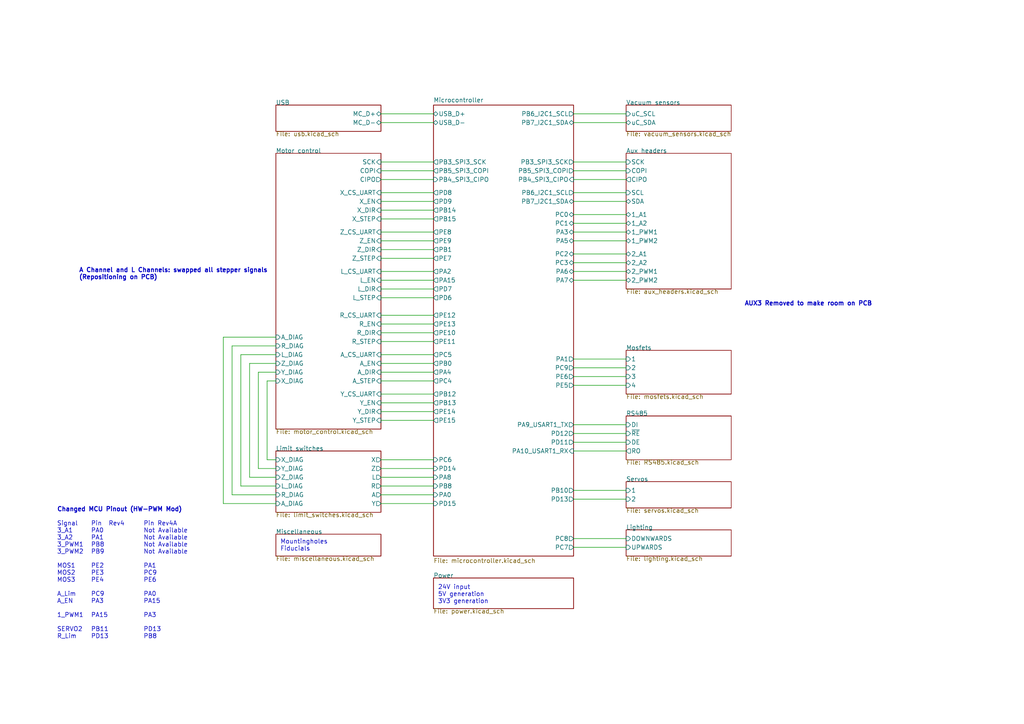
<source format=kicad_sch>
(kicad_sch (version 20211123) (generator eeschema)
  (paper "A4")
  (title_block (title "LumenPnP Motherboard") (date "2022-09-09") (rev "004A") (company "Opulo") (comment 1 "Reengineered by Magpie"))
  (lib_symbols)
  (wire (pts (xy 110.49 114.3) (xy 125.73 114.3)))
  (wire (pts (xy 166.37 142.24) (xy 181.61 142.24)))
  (wire (pts (xy 110.49 99.06) (xy 125.73 99.06)))
  (wire (pts (xy 166.37 76.2) (xy 181.61 76.2)))
  (wire (pts (xy 166.37 123.19) (xy 181.61 123.19)))
  (wire (pts (xy 110.49 133.35) (xy 125.73 133.35)))
  (wire (pts (xy 166.37 128.27) (xy 181.61 128.27)))
  (wire (pts (xy 110.49 58.42) (xy 125.73 58.42)))
  (wire (pts (xy 166.37 111.76) (xy 181.61 111.76)))
  (wire (pts (xy 80.01 102.87) (xy 69.85 102.87)))
  (wire (pts (xy 110.49 81.28) (xy 125.73 81.28)))
  (wire (pts (xy 166.37 52.07) (xy 181.61 52.07)))
  (wire (pts (xy 166.37 33.02) (xy 181.61 33.02)))
  (wire (pts (xy 166.37 144.78) (xy 181.61 144.78)))
  (wire (pts (xy 110.49 78.74) (xy 125.73 78.74)))
  (wire (pts (xy 110.49 49.53) (xy 125.73 49.53)))
  (wire (pts (xy 64.77 146.05) (xy 80.01 146.05)))
  (wire (pts (xy 166.37 158.75) (xy 181.61 158.75)))
  (wire (pts (xy 110.49 91.44) (xy 125.73 91.44)))
  (wire (pts (xy 74.93 107.95) (xy 74.93 135.89)))
  (wire (pts (xy 166.37 130.81) (xy 181.61 130.81)))
  (wire (pts (xy 110.49 116.84) (xy 125.73 116.84)))
  (wire (pts (xy 110.49 135.89) (xy 125.73 135.89)))
  (wire (pts (xy 110.49 83.82) (xy 125.73 83.82)))
  (wire (pts (xy 166.37 69.85) (xy 181.61 69.85)))
  (wire (pts (xy 110.49 96.52) (xy 125.73 96.52)))
  (wire (pts (xy 67.31 100.33) (xy 67.31 143.51)))
  (wire (pts (xy 110.49 69.85) (xy 125.73 69.85)))
  (wire (pts (xy 166.37 81.28) (xy 181.61 81.28)))
  (wire (pts (xy 166.37 58.42) (xy 181.61 58.42)))
  (wire (pts (xy 67.31 143.51) (xy 80.01 143.51)))
  (wire (pts (xy 64.77 97.79) (xy 64.77 146.05)))
  (wire (pts (xy 166.37 109.22) (xy 181.61 109.22)))
  (wire (pts (xy 166.37 125.73) (xy 181.61 125.73)))
  (wire (pts (xy 110.49 143.51) (xy 125.73 143.51)))
  (wire (pts (xy 110.49 93.98) (xy 125.73 93.98)))
  (wire (pts (xy 110.49 67.31) (xy 125.73 67.31)))
  (wire (pts (xy 110.49 102.87) (xy 125.73 102.87)))
  (wire (pts (xy 166.37 46.99) (xy 181.61 46.99)))
  (wire (pts (xy 69.85 102.87) (xy 69.85 140.97)))
  (wire (pts (xy 110.49 60.96) (xy 125.73 60.96)))
  (wire (pts (xy 110.49 140.97) (xy 125.73 140.97)))
  (wire (pts (xy 110.49 146.05) (xy 125.73 146.05)))
  (wire (pts (xy 166.37 67.31) (xy 181.61 67.31)))
  (wire (pts (xy 166.37 62.23) (xy 181.61 62.23)))
  (wire (pts (xy 80.01 97.79) (xy 64.77 97.79)))
  (wire (pts (xy 74.93 135.89) (xy 80.01 135.89)))
  (wire (pts (xy 69.85 140.97) (xy 80.01 140.97)))
  (wire (pts (xy 166.37 78.74) (xy 181.61 78.74)))
  (wire (pts (xy 80.01 110.49) (xy 77.47 110.49)))
  (wire (pts (xy 166.37 73.66) (xy 181.61 73.66)))
  (wire (pts (xy 72.39 105.41) (xy 72.39 138.43)))
  (wire (pts (xy 110.49 119.38) (xy 125.73 119.38)))
  (wire (pts (xy 110.49 63.5) (xy 125.73 63.5)))
  (wire (pts (xy 77.47 110.49) (xy 77.47 133.35)))
  (wire (pts (xy 110.49 86.36) (xy 125.73 86.36)))
  (wire (pts (xy 110.49 105.41) (xy 125.73 105.41)))
  (wire (pts (xy 110.49 55.88) (xy 125.73 55.88)))
  (wire (pts (xy 110.49 107.95) (xy 125.73 107.95)))
  (wire (pts (xy 110.49 46.99) (xy 125.73 46.99)))
  (wire (pts (xy 77.47 133.35) (xy 80.01 133.35)))
  (wire (pts (xy 110.49 110.49) (xy 125.73 110.49)))
  (wire (pts (xy 110.49 138.43) (xy 125.73 138.43)))
  (wire (pts (xy 166.37 156.21) (xy 181.61 156.21)))
  (wire (pts (xy 166.37 35.56) (xy 181.61 35.56)))
  (wire (pts (xy 110.49 35.56) (xy 125.73 35.56)))
  (wire (pts (xy 67.31 100.33) (xy 80.01 100.33)))
  (wire (pts (xy 110.49 121.92) (xy 125.73 121.92)))
  (wire (pts (xy 80.01 105.41) (xy 72.39 105.41)))
  (wire (pts (xy 72.39 138.43) (xy 80.01 138.43)))
  (wire (pts (xy 110.49 74.93) (xy 125.73 74.93)))
  (wire (pts (xy 166.37 104.14) (xy 181.61 104.14)))
  (wire (pts (xy 166.37 55.88) (xy 181.61 55.88)))
  (wire (pts (xy 166.37 49.53) (xy 181.61 49.53)))
  (wire (pts (xy 110.49 72.39) (xy 125.73 72.39)))
  (wire (pts (xy 80.01 107.95) (xy 74.93 107.95)))
  (wire (pts (xy 110.49 33.02) (xy 125.73 33.02)))
  (wire (pts (xy 110.49 52.07) (xy 125.73 52.07)))
  (wire (pts (xy 166.37 64.77) (xy 181.61 64.77)))
  (wire (pts (xy 166.37 106.68) (xy 181.61 106.68)))
  (text "24V input\n5V generation\n3V3 generation" (at 127 175.26 0) (effects (font (size 1.27 1.27)) (justify left bottom)))
  (text "Mountingholes\nFiducials\n" (at 81.28 160.02 0) (effects (font (size 1.27 1.27)) (justify left bottom)))
  (text "Changed MCU Pinout (HW-PWM Mod)" (at 16.51 148.59 0) (effects (font (size 1.27 1.27) (thickness 0.254) bold) (justify left bottom)))
  (text "AUX3 Removed to make room on PCB" (at 215.9 88.9 0) (effects (font (size 1.27 1.27) bold) (justify left bottom)))
  (text "A Channel and L Channels: swapped all stepper signals\n(Repositioning on PCB)\n" (at 22.86 81.28 0) (effects (font (size 1.27 1.27) bold) (justify left bottom)))
  (text "Signal	Pin	Rev4	Pin Rev4A\n3_A1	PA0			Not Available\n3_A2	PA1			Not Available\n3_PWM1	PB8			Not Available\n3_PWM2	PB9			Not Available\n\nMOS1	PE2			PA1\nMOS2	PE3			PC9\nMOS3	PE4			PE6\n\nA_Lim	PC9			PA0\nA_EN	PA3			PA15\n\n1_PWM1	PA15		PA3\n\nSERVO2	PB11		PD13\nR_Lim	PD13		PB8" (at 16.51 185.42 0) (effects (font (size 1.27 1.27)) (justify left bottom)))
  (sheet (at 80.01 44.45) (size 30.48 80.01)
    (property "Sheet name" "Motor control" (at 80.01 44.45 0) (effects (justify left bottom)))
    (property "Sheet file" "motor_control.kicad_sch" (at 80.01 124.46 0) (effects (justify left top)))
    (pin "R_CS_UART" input (at 110.49 91.44 0))
    (pin "R_DIR" input (at 110.49 96.52 0))
    (pin "R_EN" input (at 110.49 93.98 0))
    (pin "R_STEP" input (at 110.49 99.06 0))
    (pin "COPI" input (at 110.49 49.53 0))
    (pin "CIPO" output (at 110.49 52.07 0))
    (pin "SCK" input (at 110.49 46.99 0))
    (pin "X_DIR" input (at 110.49 60.96 0))
    (pin "X_STEP" input (at 110.49 63.5 0))
    (pin "X_EN" input (at 110.49 58.42 0))
    (pin "X_CS_UART" input (at 110.49 55.88 0))
    (pin "Z_CS_UART" input (at 110.49 67.31 0))
    (pin "L_DIR" input (at 110.49 83.82 0))
    (pin "L_EN" input (at 110.49 81.28 0))
    (pin "L_STEP" input (at 110.49 86.36 0))
    (pin "L_CS_UART" input (at 110.49 78.74 0))
    (pin "Z_DIR" input (at 110.49 72.39 0))
    (pin "Z_EN" input (at 110.49 69.85 0))
    (pin "Z_STEP" input (at 110.49 74.93 0))
    (pin "A_DIR" input (at 110.49 107.95 0))
    (pin "A_EN" input (at 110.49 105.41 0))
    (pin "A_STEP" input (at 110.49 110.49 0))
    (pin "Y_CS_UART" input (at 110.49 114.3 0))
    (pin "A_CS_UART" input (at 110.49 102.87 0))
    (pin "Y_DIR" input (at 110.49 119.38 0))
    (pin "Y_EN" input (at 110.49 116.84 0))
    (pin "Y_STEP" input (at 110.49 121.92 0))
    (pin "R_DIAG" input (at 80.01 100.33 180))
    (pin "X_DIAG" input (at 80.01 110.49 180))
    (pin "Z_DIAG" input (at 80.01 105.41 180))
    (pin "L_DIAG" input (at 80.01 102.87 180))
    (pin "Y_DIAG" input (at 80.01 107.95 180))
    (pin "A_DIAG" input (at 80.01 97.79 180))
  )
  (sheet (at 181.61 44.45) (size 30.48 39.37)
    (property "Sheet name" "Aux headers" (at 181.61 44.45 0) (effects (justify left bottom)))
    (property "Sheet file" "aux_headers.kicad_sch" (at 181.61 83.82 0) (effects (justify left top)))
    (pin "SDA" bidirectional (at 181.61 58.42 180))
    (pin "COPI" input (at 181.61 49.53 180))
    (pin "SCK" input (at 181.61 46.99 180))
    (pin "SCL" input (at 181.61 55.88 180))
    (pin "CIPO" output (at 181.61 52.07 180))
    (pin "1_A1" bidirectional (at 181.61 62.23 180))
    (pin "1_PWM1" bidirectional (at 181.61 67.31 180))
    (pin "1_A2" bidirectional (at 181.61 64.77 180))
    (pin "1_PWM2" bidirectional (at 181.61 69.85 180))
    (pin "2_PWM1" bidirectional (at 181.61 78.74 180))
    (pin "2_A2" bidirectional (at 181.61 76.2 180))
    (pin "2_PWM2" bidirectional (at 181.61 81.28 180))
    (pin "2_A1" bidirectional (at 181.61 73.66 180))
  )
  (sheet (at 181.61 30.48) (size 30.48 7.62)
    (property "Sheet name" "Vacuum sensors" (at 181.61 30.48 0) (effects (justify left bottom)))
    (property "Sheet file" "vacuum_sensors.kicad_sch" (at 181.61 38.1 0) (effects (justify left top)))
    (pin "uC_SDA" bidirectional (at 181.61 35.56 180))
    (pin "uC_SCL" input (at 181.61 33.02 180))
  )
  (sheet (at 80.01 30.48) (size 30.48 7.62)
    (property "Sheet name" "USB" (at 80.01 30.48 0) (effects (justify left bottom)))
    (property "Sheet file" "usb.kicad_sch" (at 80.01 38.1 0) (effects (justify left top)))
    (pin "MC_D-" bidirectional (at 110.49 35.56 0))
    (pin "MC_D+" bidirectional (at 110.49 33.02 0))
  )
  (sheet (at 125.73 167.64) (size 40.64 8.89)
    (property "Sheet name" "Power" (at 125.73 167.64 0) (effects (justify left bottom)))
    (property "Sheet file" "power.kicad_sch" (at 125.73 176.53 0) (effects (justify left top)))
  )
  (sheet (at 80.01 130.81) (size 30.48 17.78) (stroke (width 0.1524))
    (property "Sheet name" "Limit switches" (at 80.01 130.81 0) (effects (justify left bottom)))
    (property "Sheet file" "limit_switches.kicad_sch" (at 80.01 148.59 0) (effects (justify left top)))
    (pin "R" output (at 110.49 140.97 0))
    (pin "L" output (at 110.49 138.43 0))
    (pin "X" output (at 110.49 133.35 0))
    (pin "Y" output (at 110.49 146.05 0))
    (pin "A" output (at 110.49 143.51 0))
    (pin "Z" output (at 110.49 135.89 0))
    (pin "Y_DIAG" input (at 80.01 135.89 180))
    (pin "X_DIAG" input (at 80.01 133.35 180))
    (pin "L_DIAG" input (at 80.01 140.97 180))
    (pin "Z_DIAG" input (at 80.01 138.43 180))
    (pin "R_DIAG" input (at 80.01 143.51 180))
    (pin "A_DIAG" input (at 80.01 146.05 180))
  )
  (sheet (at 181.61 120.65) (size 30.48 12.7) (stroke (width 0.1524))
    (property "Sheet name" "RS485" (at 181.61 120.65 0) (effects (justify left bottom)))
    (property "Sheet file" "RS485.kicad_sch" (at 181.61 133.35 0) (effects (justify left top)))
    (pin "~{RE}" input (at 181.61 125.73 180))
    (pin "DI" input (at 181.61 123.19 180))
    (pin "DE" input (at 181.61 128.27 180))
    (pin "RO" output (at 181.61 130.81 180))
  )
  (sheet (at 181.61 139.7) (size 30.48 7.62) (stroke (width 0.1524))
    (property "Sheet name" "Servos" (at 181.61 139.7 0) (effects (justify left bottom)))
    (property "Sheet file" "servos.kicad_sch" (at 181.61 147.32 0) (effects (justify left top)))
    (pin "1" input (at 181.61 142.24 180))
    (pin "2" input (at 181.61 144.78 180))
  )
  (sheet (at 181.61 153.67) (size 30.48 7.62) (stroke (width 0.1524))
    (property "Sheet name" "Lighting" (at 181.61 153.67 0) (effects (justify left bottom)))
    (property "Sheet file" "lighting.kicad_sch" (at 181.61 161.29 0) (effects (justify left top)))
    (pin "DOWNWARDS" input (at 181.61 156.21 180))
    (pin "UPWARDS" input (at 181.61 158.75 180))
  )
  (sheet (at 125.73 30.48) (size 40.64 130.81) (stroke (width 0.1524))
    (property "Sheet name" "Microcontroller" (at 125.73 29.7684 0) (effects (justify left bottom)))
    (property "Sheet file" "microcontroller.kicad_sch" (at 125.73 161.8746 0) (effects (justify left top)))
    (pin "PA1" output (at 166.37 104.14 0))
    (pin "PC9" output (at 166.37 106.68 0))
    (pin "PE5" output (at 166.37 111.76 0))
    (pin "PB1" output (at 125.73 72.39 180))
    (pin "PB12" output (at 125.73 114.3 180))
    (pin "PB14" output (at 125.73 60.96 180))
    (pin "PB13" output (at 125.73 116.84 180))
    (pin "PB15" output (at 125.73 63.5 180))
    (pin "PE13" output (at 125.73 93.98 180))
    (pin "PE11" output (at 125.73 99.06 180))
    (pin "PE12" output (at 125.73 91.44 180))
    (pin "PE14" output (at 125.73 119.38 180))
    (pin "PB3_SPI3_SCK" output (at 125.73 46.99 180))
    (pin "PE15" output (at 125.73 121.92 180))
    (pin "PB5_SPI3_COPI" output (at 125.73 49.53 180))
    (pin "PE10" output (at 125.73 96.52 180))
    (pin "PB10" output (at 166.37 142.24 0))
    (pin "PB7_I2C1_SDA" bidirectional (at 166.37 35.56 0))
    (pin "PB6_I2C1_SCL" output (at 166.37 33.02 0))
    (pin "PD13" output (at 166.37 144.78 0))
    (pin "PC5" output (at 125.73 102.87 180))
    (pin "PC4" output (at 125.73 110.49 180))
    (pin "PD9" output (at 125.73 58.42 180))
    (pin "PB8" input (at 125.73 140.97 180))
    (pin "PD15" input (at 125.73 146.05 180))
    (pin "PD14" input (at 125.73 135.89 180))
    (pin "PD6" output (at 125.73 86.36 180))
    (pin "PD8" output (at 125.73 55.88 180))
    (pin "PB4_SPI3_CIPO" input (at 125.73 52.07 180))
    (pin "PC6" input (at 125.73 133.35 180))
    (pin "PB0" output (at 125.73 105.41 180))
    (pin "PA15" output (at 125.73 81.28 180))
    (pin "PA2" output (at 125.73 78.74 180))
    (pin "PA4" output (at 125.73 107.95 180))
    (pin "PB7_I2C1_SDA" bidirectional (at 166.37 58.42 0))
    (pin "PB6_I2C1_SCL" output (at 166.37 55.88 0))
    (pin "PA0" input (at 125.73 143.51 180))
    (pin "PD7" output (at 125.73 83.82 180))
    (pin "PB4_SPI3_CIPO" input (at 166.37 52.07 0))
    (pin "PB5_SPI3_COPI" output (at 166.37 49.53 0))
    (pin "PB3_SPI3_SCK" output (at 166.37 46.99 0))
    (pin "PC0" bidirectional (at 166.37 62.23 0))
    (pin "PC1" bidirectional (at 166.37 64.77 0))
    (pin "PA3" bidirectional (at 166.37 67.31 0))
    (pin "PA8" input (at 125.73 138.43 180))
    (pin "PA5" bidirectional (at 166.37 69.85 0))
    (pin "PC2" bidirectional (at 166.37 73.66 0))
    (pin "PC3" bidirectional (at 166.37 76.2 0))
    (pin "PA6" bidirectional (at 166.37 78.74 0))
    (pin "PA7" bidirectional (at 166.37 81.28 0))
    (pin "PD11" output (at 166.37 128.27 0))
    (pin "PD12" output (at 166.37 125.73 0))
    (pin "PC7" output (at 166.37 158.75 0))
    (pin "PC8" output (at 166.37 156.21 0))
    (pin "PE7" output (at 125.73 74.93 180))
    (pin "PE8" output (at 125.73 67.31 180))
    (pin "PE9" output (at 125.73 69.85 180))
    (pin "PA9_USART1_TX" output (at 166.37 123.19 0))
    (pin "PA10_USART1_RX" input (at 166.37 130.81 0))
    (pin "USB_D+" bidirectional (at 125.73 33.02 180))
    (pin "USB_D-" bidirectional (at 125.73 35.56 180))
    (pin "PE6" output (at 166.37 109.22 0))
  )
  (sheet (at 80.01 154.94) (size 30.48 6.35) (stroke (width 0.1524))
    (property "Sheet name" "Miscellaneous" (at 80.01 154.94 0) (effects (justify left bottom)))
    (property "Sheet file" "miscellaneous.kicad_sch" (at 80.01 161.29 0) (effects (justify left top)))
  )
  (sheet (at 181.61 101.6) (size 30.48 12.7) (stroke (width 0.1524))
    (property "Sheet name" "Mosfets" (at 181.61 101.6 0) (effects (justify left bottom)))
    (property "Sheet file" "mosfets.kicad_sch" (at 181.61 114.3 0) (effects (justify left top)))
    (pin "2" input (at 181.61 106.68 180))
    (pin "4" input (at 181.61 111.76 180))
    (pin "3" input (at 181.61 109.22 180))
    (pin "1" input (at 181.61 104.14 180))
  )
)
</source>
